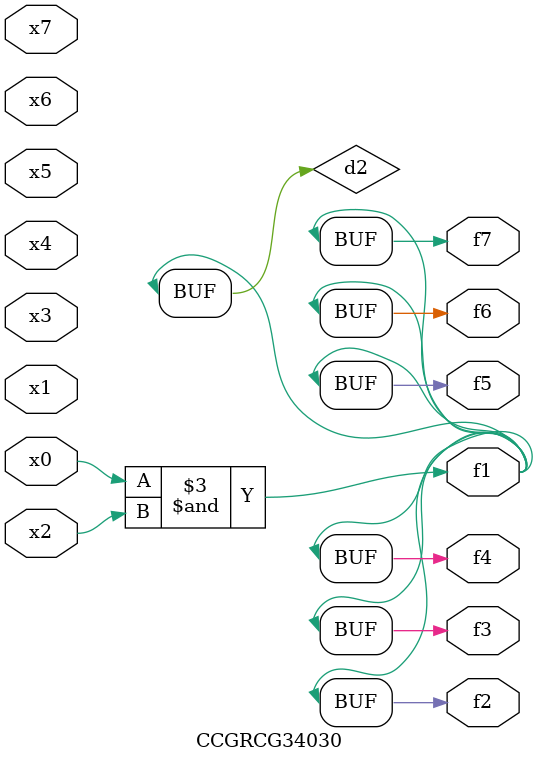
<source format=v>
module CCGRCG34030(
	input x0, x1, x2, x3, x4, x5, x6, x7,
	output f1, f2, f3, f4, f5, f6, f7
);

	wire d1, d2;

	nor (d1, x3, x6);
	and (d2, x0, x2);
	assign f1 = d2;
	assign f2 = d2;
	assign f3 = d2;
	assign f4 = d2;
	assign f5 = d2;
	assign f6 = d2;
	assign f7 = d2;
endmodule

</source>
